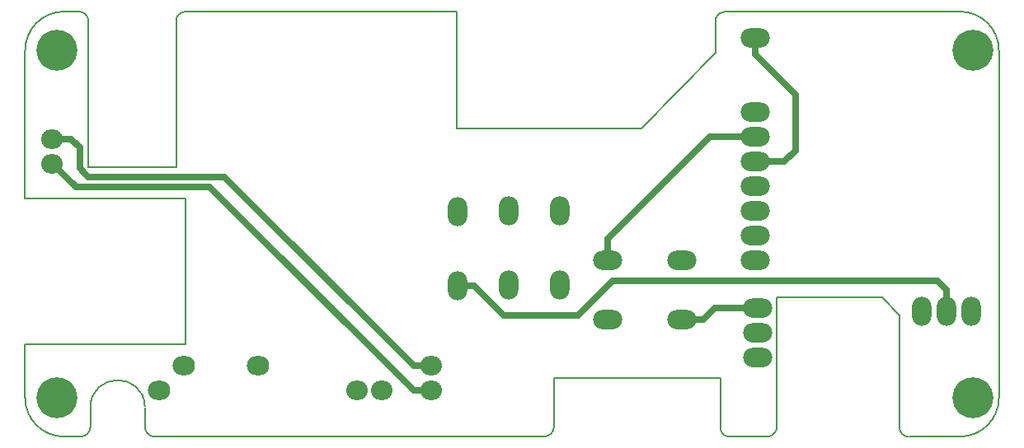
<source format=gbl>
%TF.GenerationSoftware,KiCad,Pcbnew,(5.0.0)*%
%TF.CreationDate,2019-07-02T00:18:45+02:00*%
%TF.ProjectId,Gnu vario V1.9,476E7520766172696F2056312E392E6B,V 1.4*%
%TF.SameCoordinates,Original*%
%TF.FileFunction,Copper,L2,Bot,Signal*%
%TF.FilePolarity,Positive*%
%FSLAX46Y46*%
G04 Gerber Fmt 4.6, Leading zero omitted, Abs format (unit mm)*
G04 Created by KiCad (PCBNEW (5.0.0)) date 07/02/19 00:18:45*
%MOMM*%
%LPD*%
G01*
G04 APERTURE LIST*
%ADD10C,0.150000*%
%ADD11O,2.200000X2.000000*%
%ADD12C,4.200000*%
%ADD13O,2.300000X2.000000*%
%ADD14O,3.000000X2.000000*%
%ADD15O,2.000000X3.000000*%
%ADD16C,0.700000*%
G04 APERTURE END LIST*
D10*
X162700000Y-95300000D02*
X173500000Y-95300000D01*
X162700000Y-108600000D02*
G75*
G02X161700000Y-109600000I-1000000J0D01*
G01*
X176200000Y-109600000D02*
G75*
G02X175300000Y-108700000I0J900000D01*
G01*
X175300000Y-97100000D02*
X175300000Y-108800000D01*
X173500000Y-95300000D02*
X175300000Y-97100000D01*
X162700000Y-95300000D02*
X162700000Y-108600000D01*
X157800000Y-109600000D02*
G75*
G02X156900000Y-108700000I0J900000D01*
G01*
X85500000Y-69900000D02*
X85500000Y-85100000D01*
X102000000Y-100100000D02*
X85500000Y-100100000D01*
X102000000Y-85100000D02*
X102000000Y-100100000D01*
X101000000Y-85100000D02*
X102000000Y-85100000D01*
X101000000Y-85100000D02*
X85500000Y-85100000D01*
X148800000Y-77900000D02*
X156400000Y-70100000D01*
X129800000Y-77900000D02*
X148800000Y-77900000D01*
X129800000Y-65900000D02*
X129800000Y-77900000D01*
X157800000Y-109600000D02*
X161700000Y-109600000D01*
X175700000Y-65900000D02*
X162400000Y-65900000D01*
X162400000Y-65900000D02*
X157400000Y-65900000D01*
X156402857Y-66600886D02*
G75*
G02X157400000Y-65900000I952331J-295115D01*
G01*
X156400000Y-66600000D02*
X156400000Y-70100000D01*
X98800000Y-109600000D02*
G75*
G02X97800000Y-108600000I0J1000000D01*
G01*
X92198215Y-108600000D02*
G75*
G02X91198215Y-109600000I-1000000J0D01*
G01*
X92198215Y-106600000D02*
G75*
G02X97800000Y-106500000I2801785J0D01*
G01*
X97800000Y-108600000D02*
X97800000Y-106600000D01*
X92198215Y-108600000D02*
X92198215Y-106600000D01*
X139800000Y-108600000D02*
G75*
G02X138800000Y-109600000I-1000000J0D01*
G01*
X101000000Y-66900000D02*
G75*
G02X102000000Y-65900000I1000000J0D01*
G01*
X91000000Y-65900000D02*
G75*
G02X92000000Y-66900000I0J-1000000D01*
G01*
X85500000Y-69900000D02*
G75*
G02X89500000Y-65900000I4000000J0D01*
G01*
X89500000Y-109600000D02*
G75*
G02X85500000Y-105600000I0J4000000D01*
G01*
X185500000Y-105600000D02*
G75*
G02X181500000Y-109600000I-4000000J0D01*
G01*
X181500000Y-65900000D02*
G75*
G02X185500000Y-69900000I0J-4000000D01*
G01*
X156900000Y-103600000D02*
X139800000Y-103600000D01*
X139800000Y-103600000D02*
X139800000Y-108600000D01*
X156900000Y-108700000D02*
X156900000Y-103600000D01*
X138800000Y-109600000D02*
X98800000Y-109600000D01*
X181500000Y-109600000D02*
X176300000Y-109600000D01*
X185500000Y-69900000D02*
X185500000Y-105600000D01*
X175700000Y-65900000D02*
X181500000Y-65900000D01*
X102000000Y-65900000D02*
X129800000Y-65900000D01*
X101000000Y-81900000D02*
X101000000Y-66900000D01*
X92000000Y-81900000D02*
X101000000Y-81900000D01*
X92000000Y-66900000D02*
X92000000Y-81900000D01*
X89500000Y-65900000D02*
X91000000Y-65900000D01*
X85500000Y-105600000D02*
X85500000Y-100100000D01*
X91200000Y-109600000D02*
X89500000Y-109600000D01*
D11*
X88260000Y-81580000D03*
X88260000Y-79040000D03*
D12*
X88800000Y-105600000D03*
X88800000Y-69900000D03*
X182800000Y-69900000D03*
X182800000Y-105600000D03*
D11*
X127184546Y-102334532D03*
X127184546Y-104874532D03*
D13*
X99244546Y-104884532D03*
D11*
X122104546Y-104874532D03*
X119564546Y-104874532D03*
D13*
X109404546Y-102334532D03*
X101784546Y-102334532D03*
D14*
X160700000Y-96420000D03*
X160700000Y-101500000D03*
X160700000Y-98960000D03*
X152950000Y-97570000D03*
X145330000Y-97570000D03*
X152950000Y-91510000D03*
X145330000Y-91510000D03*
D15*
X140390000Y-94040000D03*
X140390000Y-86420000D03*
X135130000Y-94040000D03*
X135130000Y-86420000D03*
X129890000Y-94070000D03*
X129890000Y-86450000D03*
X177580000Y-96740000D03*
X180120000Y-96740000D03*
X182660000Y-96740000D03*
D14*
X160500000Y-91500000D03*
X160500000Y-88960000D03*
X160500000Y-86420000D03*
X160500000Y-83880000D03*
X160500000Y-76260000D03*
X160500000Y-81340000D03*
X160500000Y-78800000D03*
X160500000Y-68640000D03*
D16*
X158500000Y-96420000D02*
X158500000Y-96420000D01*
X155150000Y-97570000D02*
X156300000Y-96420000D01*
X156300000Y-96420000D02*
X158500000Y-96420000D01*
X155150000Y-97570000D02*
X155150000Y-97570000D01*
X152950000Y-97570000D02*
X155150000Y-97570000D01*
X158500000Y-96420000D02*
X160700000Y-96420000D01*
X163460000Y-81340000D02*
X163460000Y-81340000D01*
X160500000Y-70340000D02*
X160500000Y-68640000D01*
X164600000Y-74440000D02*
X160500000Y-70340000D01*
X164600000Y-80200000D02*
X164600000Y-74440000D01*
X160500000Y-81340000D02*
X163460000Y-81340000D01*
X163460000Y-81340000D02*
X164600000Y-80200000D01*
X180120000Y-94540000D02*
X180120000Y-96740000D01*
X131590000Y-94070000D02*
X134620000Y-97100000D01*
X129890000Y-94070000D02*
X131590000Y-94070000D01*
X134620000Y-97100000D02*
X142300000Y-97100000D01*
X142300000Y-97100000D02*
X145800000Y-93600000D01*
X145800000Y-93600000D02*
X179180000Y-93600000D01*
X179180000Y-93600000D02*
X180120000Y-94540000D01*
X156800000Y-78800000D02*
X160500000Y-78800000D01*
X145330000Y-89270000D02*
X145330000Y-91510000D01*
X160500000Y-78800000D02*
X155800000Y-78800000D01*
X155800000Y-78800000D02*
X145330000Y-89270000D01*
X127184546Y-102334532D02*
X125384546Y-102334532D01*
X91699692Y-82625010D02*
X91100000Y-82025318D01*
X90240000Y-79040000D02*
X88260000Y-79040000D01*
X91100000Y-82025318D02*
X91100000Y-79900000D01*
X91100000Y-79900000D02*
X90240000Y-79040000D01*
X91699692Y-82625010D02*
X91725010Y-82625010D01*
X92000000Y-82900000D02*
X105950014Y-82900000D01*
X91725010Y-82625010D02*
X92000000Y-82900000D01*
X125384546Y-102334532D02*
X105950014Y-82900000D01*
X125384546Y-104874532D02*
X127184546Y-104874532D01*
X88260000Y-81580000D02*
X88360000Y-81580000D01*
X88360000Y-81580000D02*
X90405020Y-83625020D01*
X90425020Y-83625020D02*
X90700010Y-83900010D01*
X90405020Y-83625020D02*
X90425020Y-83625020D01*
X90700010Y-83900010D02*
X104410024Y-83900010D01*
X104410024Y-83900010D02*
X125384546Y-104874532D01*
M02*

</source>
